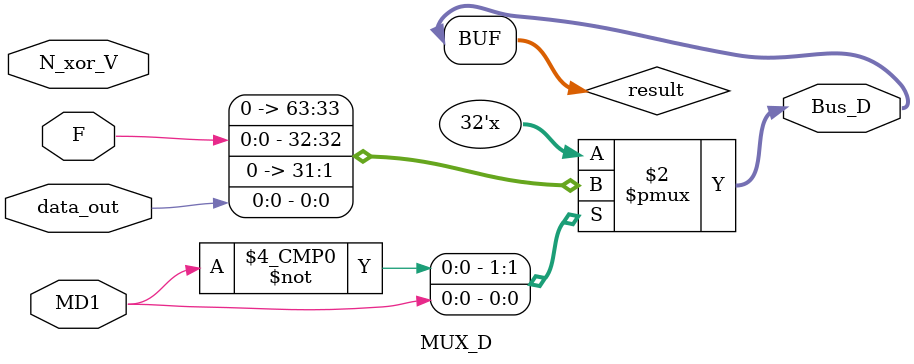
<source format=v>
`timescale 1ns / 1ps


module MUX_D(
        input F, data_out, MD1, N_xor_V,
        output [31:0] Bus_D
    );
    
     reg [31:0] result;
     assign Bus_D = result;

 
   always@(*)
    begin
        case (MD1)
             
        2'b00: result = F;  
        2'b01: result = data_out;  
        2'b11: result = {31'b0, N_xor_V}; //N_xor_V;
        
        endcase
    end
    
    
endmodule

</source>
